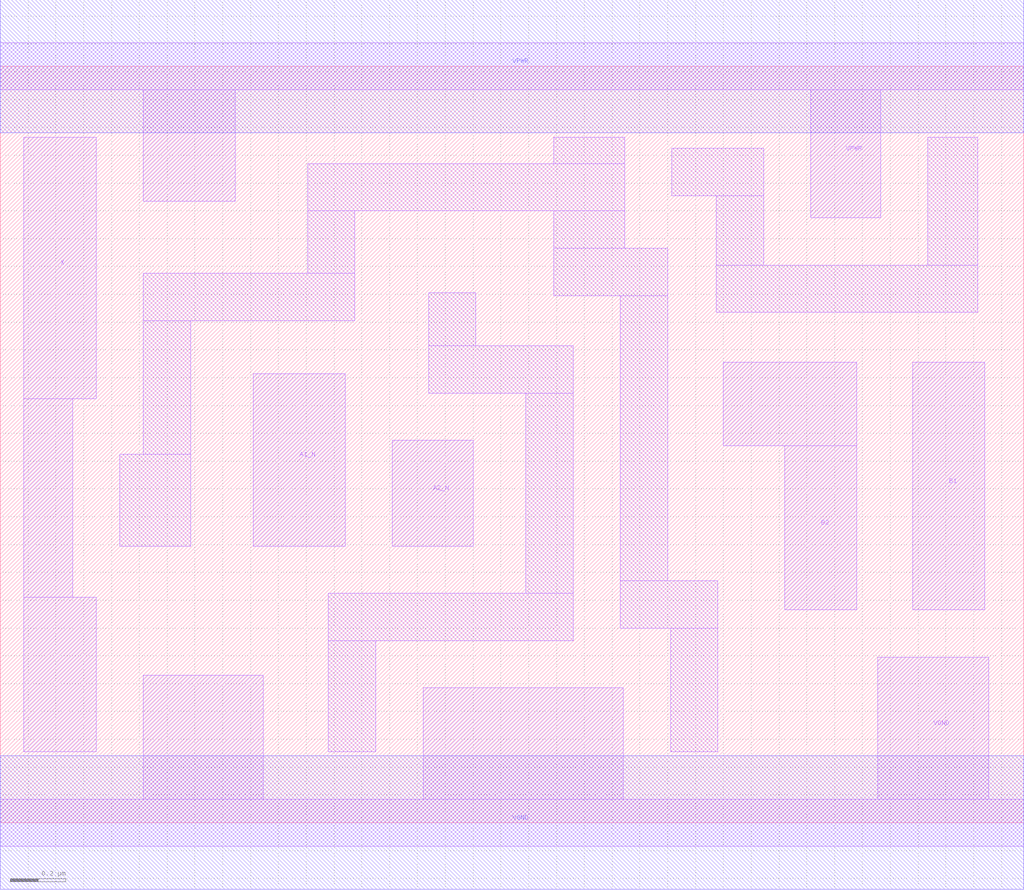
<source format=lef>
# Copyright 2020 The SkyWater PDK Authors
#
# Licensed under the Apache License, Version 2.0 (the "License");
# you may not use this file except in compliance with the License.
# You may obtain a copy of the License at
#
#     https://www.apache.org/licenses/LICENSE-2.0
#
# Unless required by applicable law or agreed to in writing, software
# distributed under the License is distributed on an "AS IS" BASIS,
# WITHOUT WARRANTIES OR CONDITIONS OF ANY KIND, either express or implied.
# See the License for the specific language governing permissions and
# limitations under the License.
#
# SPDX-License-Identifier: Apache-2.0

VERSION 5.5 ;
NAMESCASESENSITIVE ON ;
BUSBITCHARS "[]" ;
DIVIDERCHAR "/" ;
MACRO sky130_fd_sc_hd__a2bb2o_1
  CLASS CORE ;
  SOURCE USER ;
  ORIGIN  0.000000  0.000000 ;
  SIZE  3.680000 BY  2.720000 ;
  SYMMETRY X Y R90 ;
  SITE unithd ;
  PIN A1_N
    ANTENNAGATEAREA  0.126000 ;
    DIRECTION INPUT ;
    USE SIGNAL ;
    PORT
      LAYER li1 ;
        RECT 0.910000 0.995000 1.240000 1.615000 ;
    END
  END A1_N
  PIN A2_N
    ANTENNAGATEAREA  0.126000 ;
    DIRECTION INPUT ;
    USE SIGNAL ;
    PORT
      LAYER li1 ;
        RECT 1.410000 0.995000 1.700000 1.375000 ;
    END
  END A2_N
  PIN B1
    ANTENNAGATEAREA  0.126000 ;
    DIRECTION INPUT ;
    USE SIGNAL ;
    PORT
      LAYER li1 ;
        RECT 3.280000 0.765000 3.540000 1.655000 ;
    END
  END B1
  PIN B2
    ANTENNAGATEAREA  0.126000 ;
    DIRECTION INPUT ;
    USE SIGNAL ;
    PORT
      LAYER li1 ;
        RECT 2.600000 1.355000 3.080000 1.655000 ;
        RECT 2.820000 0.765000 3.080000 1.355000 ;
    END
  END B2
  PIN X
    ANTENNADIFFAREA  0.429000 ;
    DIRECTION OUTPUT ;
    USE SIGNAL ;
    PORT
      LAYER li1 ;
        RECT 0.085000 0.255000 0.345000 0.810000 ;
        RECT 0.085000 0.810000 0.260000 1.525000 ;
        RECT 0.085000 1.525000 0.345000 2.465000 ;
    END
  END X
  PIN VGND
    DIRECTION INOUT ;
    SHAPE ABUTMENT ;
    USE GROUND ;
    PORT
      LAYER li1 ;
        RECT 0.000000 -0.085000 3.680000 0.085000 ;
        RECT 0.515000  0.085000 0.945000 0.530000 ;
        RECT 1.520000  0.085000 2.240000 0.485000 ;
        RECT 3.155000  0.085000 3.555000 0.595000 ;
    END
    PORT
      LAYER met1 ;
        RECT 0.000000 -0.240000 3.680000 0.240000 ;
    END
  END VGND
  PIN VPWR
    DIRECTION INOUT ;
    SHAPE ABUTMENT ;
    USE POWER ;
    PORT
      LAYER li1 ;
        RECT 0.000000 2.635000 3.680000 2.805000 ;
        RECT 0.515000 2.235000 0.845000 2.635000 ;
        RECT 2.915000 2.175000 3.165000 2.635000 ;
    END
    PORT
      LAYER met1 ;
        RECT 0.000000 2.480000 3.680000 2.960000 ;
    END
  END VPWR
  OBS
    LAYER li1 ;
      RECT 0.430000 0.995000 0.685000 1.325000 ;
      RECT 0.515000 1.325000 0.685000 1.805000 ;
      RECT 0.515000 1.805000 1.275000 1.975000 ;
      RECT 1.105000 1.975000 1.275000 2.200000 ;
      RECT 1.105000 2.200000 2.245000 2.370000 ;
      RECT 1.180000 0.255000 1.350000 0.655000 ;
      RECT 1.180000 0.655000 2.060000 0.825000 ;
      RECT 1.540000 1.545000 2.060000 1.715000 ;
      RECT 1.540000 1.715000 1.710000 1.905000 ;
      RECT 1.890000 0.825000 2.060000 1.545000 ;
      RECT 1.990000 1.895000 2.400000 2.065000 ;
      RECT 1.990000 2.065000 2.245000 2.200000 ;
      RECT 1.990000 2.370000 2.245000 2.465000 ;
      RECT 2.230000 0.700000 2.580000 0.870000 ;
      RECT 2.230000 0.870000 2.400000 1.895000 ;
      RECT 2.410000 0.255000 2.580000 0.700000 ;
      RECT 2.415000 2.255000 2.745000 2.425000 ;
      RECT 2.575000 1.835000 3.515000 2.005000 ;
      RECT 2.575000 2.005000 2.745000 2.255000 ;
      RECT 3.335000 2.005000 3.515000 2.465000 ;
  END
END sky130_fd_sc_hd__a2bb2o_1

</source>
